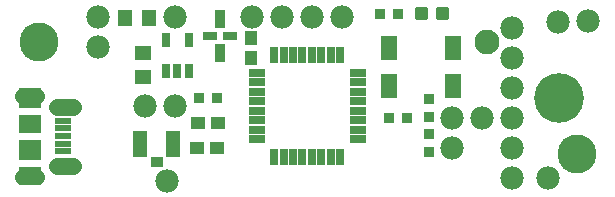
<source format=gts>
G75*
%MOIN*%
%OFA0B0*%
%FSLAX25Y25*%
%IPPOS*%
%LPD*%
%AMOC8*
5,1,8,0,0,1.08239X$1,22.5*
%
%ADD10C,0.16542*%
%ADD11C,0.12998*%
%ADD12C,0.08274*%
%ADD13R,0.05400X0.02600*%
%ADD14R,0.02600X0.05400*%
%ADD15R,0.03550X0.03550*%
%ADD16R,0.04337X0.04731*%
%ADD17C,0.01301*%
%ADD18C,0.07800*%
%ADD19R,0.04731X0.04337*%
%ADD20R,0.05518X0.07880*%
%ADD21R,0.04534X0.09061*%
%ADD22R,0.04337X0.03550*%
%ADD23R,0.03550X0.05912*%
%ADD24R,0.04731X0.02762*%
%ADD25R,0.02565X0.05124*%
%ADD26R,0.05124X0.05518*%
%ADD27R,0.05518X0.05124*%
%ADD28C,0.05162*%
%ADD29C,0.05556*%
%ADD30R,0.05715X0.01975*%
%ADD31R,0.07480X0.07087*%
%ADD32R,0.07480X0.06201*%
%ADD33R,0.07480X0.05906*%
D10*
X0188383Y0052240D03*
D11*
X0194288Y0033539D03*
X0015154Y0070941D03*
D12*
X0164367Y0070941D03*
D13*
X0121387Y0060654D03*
X0121387Y0057504D03*
X0121387Y0054355D03*
X0121387Y0051205D03*
X0121387Y0048055D03*
X0121387Y0044906D03*
X0121387Y0041756D03*
X0121387Y0038607D03*
X0087587Y0038607D03*
X0087587Y0041756D03*
X0087587Y0044906D03*
X0087587Y0048055D03*
X0087587Y0051205D03*
X0087587Y0054355D03*
X0087587Y0057504D03*
X0087587Y0060654D03*
D14*
X0093463Y0066530D03*
X0096613Y0066530D03*
X0099763Y0066530D03*
X0102912Y0066530D03*
X0106062Y0066530D03*
X0109211Y0066530D03*
X0112361Y0066530D03*
X0115511Y0066530D03*
X0115511Y0032730D03*
X0112361Y0032730D03*
X0109211Y0032730D03*
X0106062Y0032730D03*
X0102912Y0032730D03*
X0099763Y0032730D03*
X0096613Y0032730D03*
X0093463Y0032730D03*
D15*
X0131874Y0045577D03*
X0137874Y0045577D03*
X0145076Y0045934D03*
X0145076Y0051934D03*
X0145048Y0040152D03*
X0145048Y0034152D03*
X0074379Y0052255D03*
X0068379Y0052255D03*
X0128605Y0080313D03*
X0134605Y0080313D03*
D16*
X0085857Y0072213D03*
X0085857Y0065520D03*
D17*
X0141018Y0078790D02*
X0141018Y0081826D01*
X0144054Y0081826D01*
X0144054Y0078790D01*
X0141018Y0078790D01*
X0141018Y0080090D02*
X0144054Y0080090D01*
X0144054Y0081390D02*
X0141018Y0081390D01*
X0147923Y0081826D02*
X0147923Y0078790D01*
X0147923Y0081826D02*
X0150959Y0081826D01*
X0150959Y0078790D01*
X0147923Y0078790D01*
X0147923Y0080090D02*
X0150959Y0080090D01*
X0150959Y0081390D02*
X0147923Y0081390D01*
D18*
X0172635Y0075469D03*
X0188157Y0077608D03*
X0198225Y0077831D03*
X0172635Y0065469D03*
X0172635Y0055469D03*
X0172635Y0045469D03*
X0162635Y0045469D03*
X0152635Y0045469D03*
X0152635Y0035469D03*
X0172635Y0035469D03*
X0172635Y0025469D03*
X0184723Y0025469D03*
X0116021Y0079406D03*
X0106021Y0079406D03*
X0096021Y0079406D03*
X0086021Y0079406D03*
X0060430Y0079406D03*
X0034839Y0079406D03*
X0034839Y0069366D03*
X0050430Y0049484D03*
X0060430Y0049484D03*
X0057878Y0024747D03*
D19*
X0067887Y0035686D03*
X0074580Y0035686D03*
X0074634Y0043930D03*
X0067941Y0043930D03*
D20*
X0131593Y0056267D03*
X0153246Y0056267D03*
X0153246Y0068866D03*
X0131593Y0068866D03*
D21*
X0059726Y0036889D03*
X0048899Y0036889D03*
D22*
X0054313Y0030885D03*
D23*
X0075438Y0067303D03*
X0075438Y0078524D03*
D24*
X0072092Y0072914D03*
X0078785Y0072914D03*
D25*
X0064958Y0071531D03*
X0057477Y0071531D03*
X0057477Y0061295D03*
X0061217Y0061295D03*
X0064958Y0061295D03*
D26*
X0051582Y0078928D03*
X0043582Y0078928D03*
D27*
X0049882Y0067437D03*
X0049882Y0059437D03*
D28*
X0014306Y0025801D02*
X0009544Y0025801D01*
X0009544Y0053065D02*
X0014306Y0053065D01*
D29*
X0021158Y0049423D02*
X0026314Y0049423D01*
X0026314Y0029738D02*
X0021158Y0029738D01*
D30*
X0022949Y0034462D03*
X0022949Y0037021D03*
X0022949Y0039580D03*
X0022949Y0042139D03*
X0022949Y0044698D03*
D31*
X0011925Y0052179D03*
X0011925Y0035053D03*
D32*
X0011925Y0026244D03*
D33*
X0011925Y0043517D03*
M02*

</source>
